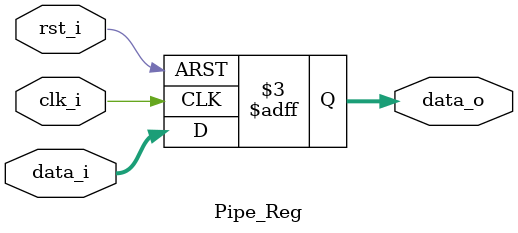
<source format=v>
module Pipe_Reg(
            rst_i,
			clk_i,   
			data_i,
			data_o
);
					
parameter size = 0;
input                    rst_i;
input                    clk_i;		  
input      [size-1: 0] data_i;
output reg [size-1: 0] data_o;
	  
always @(posedge clk_i or negedge  rst_i) begin
	if( rst_i == 0) data_o <= 0;
    else data_o <= data_i;
end

endmodule	
</source>
